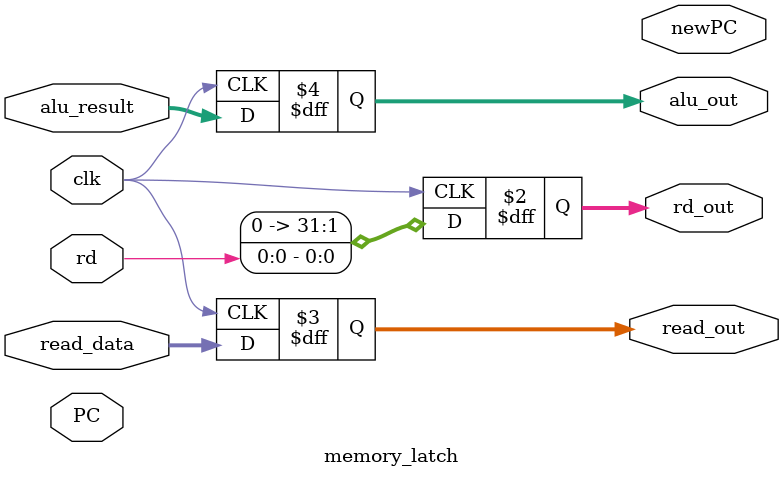
<source format=v>
`timescale 1ns / 1ps

module memory_latch ( //may be missing some important control signals
		input clk,
		input rd,
		input [31:0] read_data,
		input [31:0] alu_result,
		input [31:0] PC,
		output reg [31:0] rd_out,
		output reg [31:0] read_out,
		output reg [31:0] alu_out,
		output reg [31:0] newPC
					);

	always @ (posedge clk)
	begin
		rd_out <= rd;
		read_out <= read_data;
		alu_out <= alu_result;
	end
endmodule
</source>
